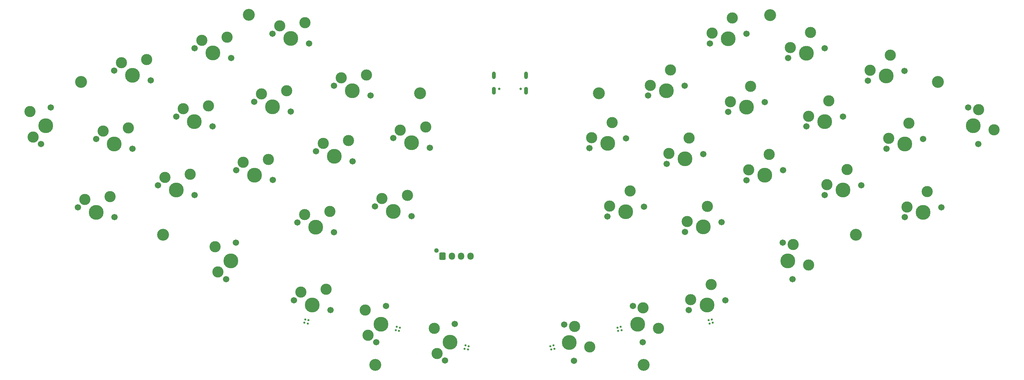
<source format=gbr>
%TF.GenerationSoftware,KiCad,Pcbnew,7.0.8*%
%TF.CreationDate,2023-10-18T22:01:13+02:00*%
%TF.ProjectId,acacia-2,61636163-6961-42d3-922e-6b696361645f,rev?*%
%TF.SameCoordinates,Original*%
%TF.FileFunction,Soldermask,Top*%
%TF.FilePolarity,Negative*%
%FSLAX46Y46*%
G04 Gerber Fmt 4.6, Leading zero omitted, Abs format (unit mm)*
G04 Created by KiCad (PCBNEW 7.0.8) date 2023-10-18 22:01:13*
%MOMM*%
%LPD*%
G01*
G04 APERTURE LIST*
G04 Aperture macros list*
%AMRoundRect*
0 Rectangle with rounded corners*
0 $1 Rounding radius*
0 $2 $3 $4 $5 $6 $7 $8 $9 X,Y pos of 4 corners*
0 Add a 4 corners polygon primitive as box body*
4,1,4,$2,$3,$4,$5,$6,$7,$8,$9,$2,$3,0*
0 Add four circle primitives for the rounded corners*
1,1,$1+$1,$2,$3*
1,1,$1+$1,$4,$5*
1,1,$1+$1,$6,$7*
1,1,$1+$1,$8,$9*
0 Add four rect primitives between the rounded corners*
20,1,$1+$1,$2,$3,$4,$5,0*
20,1,$1+$1,$4,$5,$6,$7,0*
20,1,$1+$1,$6,$7,$8,$9,0*
20,1,$1+$1,$8,$9,$2,$3,0*%
%AMRotRect*
0 Rectangle, with rotation*
0 The origin of the aperture is its center*
0 $1 length*
0 $2 width*
0 $3 Rotation angle, in degrees counterclockwise*
0 Add horizontal line*
21,1,$1,$2,0,0,$3*%
G04 Aperture macros list end*
%ADD10RotRect,0.500000X0.500000X15.000000*%
%ADD11RotRect,0.500000X0.500000X285.000000*%
%ADD12RotRect,0.500000X0.500000X165.000000*%
%ADD13C,1.701800*%
%ADD14C,3.000000*%
%ADD15C,3.987800*%
%ADD16C,1.250000*%
%ADD17RoundRect,0.250000X-0.600000X-0.725000X0.600000X-0.725000X0.600000X0.725000X-0.600000X0.725000X0*%
%ADD18O,1.700000X1.950000*%
%ADD19C,3.200000*%
%ADD20C,0.650000*%
%ADD21O,1.050000X2.100000*%
%ADD22O,1.000000X2.000000*%
G04 APERTURE END LIST*
D10*
%TO.C,D44*%
X211818198Y-114948865D03*
X212051135Y-115818198D03*
X211181802Y-116051135D03*
X210948865Y-115181802D03*
%TD*%
D11*
%TO.C,D43*%
X187318198Y-116948865D03*
X186448865Y-117181802D03*
X186681802Y-118051135D03*
X187551135Y-117818198D03*
%TD*%
%TO.C,D42*%
X169318198Y-121948865D03*
X168448865Y-122181802D03*
X168681802Y-123051135D03*
X169551135Y-122818198D03*
%TD*%
D12*
%TO.C,D41*%
X146318198Y-123051135D03*
X146551135Y-122181802D03*
X145681802Y-121948865D03*
X145448865Y-122818198D03*
%TD*%
%TO.C,D40*%
X127818198Y-118051135D03*
X128051135Y-117181802D03*
X127181802Y-116948865D03*
X126948865Y-117818198D03*
%TD*%
%TO.C,D39*%
X103318198Y-116051135D03*
X103551135Y-115181802D03*
X102681802Y-114948865D03*
X102448865Y-115818198D03*
%TD*%
D13*
%TO.C,SW18*%
X216193097Y-59214801D03*
D14*
X216762422Y-56432649D03*
D15*
X221100000Y-57900000D03*
D14*
X222238651Y-52335696D03*
D13*
X226006903Y-56585199D03*
%TD*%
%TO.C,SW5*%
X126293097Y-66185199D03*
D14*
X128177223Y-64060448D03*
D15*
X131200000Y-67500000D03*
D14*
X134968252Y-63250497D03*
D13*
X136106903Y-68814801D03*
%TD*%
%TO.C,SW10*%
X253693097Y-50814801D03*
D14*
X254262422Y-48032649D03*
D15*
X258600000Y-49500000D03*
D14*
X259738651Y-43935696D03*
D13*
X263506903Y-48185199D03*
%TD*%
%TO.C,SW9*%
X232286194Y-44729602D03*
D14*
X232855519Y-41947450D03*
D15*
X237193097Y-43414801D03*
D14*
X238331748Y-37850497D03*
D13*
X242100000Y-42100000D03*
%TD*%
%TO.C,SW24*%
X84086194Y-74870398D03*
D14*
X85970320Y-72745647D03*
D15*
X88993097Y-76185199D03*
D14*
X92761349Y-71935696D03*
D13*
X93900000Y-77500000D03*
%TD*%
%TO.C,SW28*%
X204586194Y-91429602D03*
D14*
X205155519Y-88647450D03*
D15*
X209493097Y-90114801D03*
D14*
X210631748Y-84550497D03*
D13*
X214400000Y-88800000D03*
%TD*%
%TO.C,SW39*%
X280670398Y-57986194D03*
D14*
X283452550Y-58555519D03*
D15*
X281985199Y-62893097D03*
D14*
X287549503Y-64031748D03*
D13*
X283300000Y-67800000D03*
%TD*%
%TO.C,SW2*%
X72986194Y-42070398D03*
D14*
X74870320Y-39945647D03*
D15*
X77893097Y-43385199D03*
D14*
X81661349Y-39135696D03*
D13*
X82800000Y-44700000D03*
%TD*%
%TO.C,SW25*%
X100586194Y-88870398D03*
D14*
X102470320Y-86745647D03*
D15*
X105493097Y-90185199D03*
D14*
X109261349Y-85935696D03*
D13*
X110400000Y-91500000D03*
%TD*%
%TO.C,SW36*%
X172185199Y-116293097D03*
D14*
X174967351Y-116862422D03*
D15*
X173500000Y-121200000D03*
D14*
X179064304Y-122338651D03*
D13*
X174814801Y-126106903D03*
%TD*%
%TO.C,SW23*%
X63093097Y-78885199D03*
D14*
X64977223Y-76760448D03*
D15*
X68000000Y-80200000D03*
D14*
X71768252Y-75950497D03*
D13*
X72906903Y-81514801D03*
%TD*%
%TO.C,SW32*%
X31685199Y-67813806D03*
D14*
X29560448Y-65929680D03*
D15*
X33000000Y-62906903D03*
D14*
X28750497Y-59138651D03*
D13*
X34314801Y-58000000D03*
%TD*%
%TO.C,SW26*%
X121670398Y-121113806D03*
D14*
X119545647Y-119229680D03*
D15*
X122985199Y-116206903D03*
D14*
X118735696Y-112438651D03*
D13*
X124300000Y-111300000D03*
%TD*%
%TO.C,SW15*%
X121393097Y-84585199D03*
D14*
X123277223Y-82460448D03*
D15*
X126300000Y-85900000D03*
D14*
X130068252Y-81650497D03*
D13*
X131206903Y-87214801D03*
%TD*%
%TO.C,SW16*%
X183793097Y-87314801D03*
D14*
X184362422Y-84532649D03*
D15*
X188700000Y-86000000D03*
D14*
X189838651Y-80435696D03*
D13*
X193606903Y-84685199D03*
%TD*%
%TO.C,SW37*%
X205586194Y-112429602D03*
D14*
X206155519Y-109647450D03*
D15*
X210493097Y-111114801D03*
D14*
X211631748Y-105550497D03*
D13*
X215400000Y-109800000D03*
%TD*%
%TO.C,SW12*%
X67993097Y-60485199D03*
D14*
X69877223Y-58360448D03*
D15*
X72900000Y-61800000D03*
D14*
X76668252Y-57550497D03*
D13*
X77806903Y-63114801D03*
%TD*%
%TO.C,SW31*%
X263600000Y-87500000D03*
D14*
X264169325Y-84717848D03*
D15*
X268506903Y-86185199D03*
D14*
X269645554Y-80620895D03*
D13*
X273413806Y-84870398D03*
%TD*%
%TO.C,SW7*%
X194693097Y-54814801D03*
D14*
X195262422Y-52032649D03*
D15*
X199600000Y-53500000D03*
D14*
X200738651Y-47935696D03*
D13*
X204506903Y-52185199D03*
%TD*%
%TO.C,SW35*%
X140200000Y-126000000D03*
D14*
X138075249Y-124115874D03*
D15*
X141514801Y-121093097D03*
D14*
X137265298Y-117324845D03*
D13*
X142829602Y-116186194D03*
%TD*%
%TO.C,SW4*%
X110393097Y-52185199D03*
D14*
X112277223Y-50060448D03*
D15*
X115300000Y-53500000D03*
D14*
X119068252Y-49250497D03*
D13*
X120206903Y-54814801D03*
%TD*%
%TO.C,SW34*%
X109400000Y-112400000D03*
D14*
X108261349Y-106835696D03*
D15*
X104493097Y-111085199D03*
D14*
X101470320Y-107645647D03*
D13*
X99586194Y-109770398D03*
%TD*%
%TO.C,SW22*%
X41586194Y-84870398D03*
D14*
X43470320Y-82745647D03*
D15*
X46493097Y-86185199D03*
D14*
X50261349Y-81935696D03*
D13*
X51400000Y-87500000D03*
%TD*%
%TO.C,SW6*%
X178986194Y-68929602D03*
D14*
X179555519Y-66147450D03*
D15*
X183893097Y-67614801D03*
D14*
X185031748Y-62050497D03*
D13*
X188800000Y-66300000D03*
%TD*%
%TO.C,SW8*%
X211286194Y-40829602D03*
D14*
X211855519Y-38047450D03*
D15*
X216193097Y-39514801D03*
D14*
X217331748Y-33950497D03*
D13*
X221100000Y-38200000D03*
%TD*%
%TO.C,SW13*%
X88986194Y-56470398D03*
D14*
X90870320Y-54345647D03*
D15*
X93893097Y-57785199D03*
D14*
X97661349Y-53535696D03*
D13*
X98800000Y-59100000D03*
%TD*%
%TO.C,SW17*%
X199693097Y-73114801D03*
D14*
X200262422Y-70332649D03*
D15*
X204600000Y-71800000D03*
D14*
X205738651Y-66235696D03*
D13*
X209506903Y-70485199D03*
%TD*%
%TO.C,SW1*%
X51393097Y-48085199D03*
D14*
X53277223Y-45960448D03*
D15*
X56300000Y-49400000D03*
D14*
X60068252Y-45150497D03*
D13*
X61206903Y-50714801D03*
%TD*%
%TO.C,SW19*%
X237193097Y-63114801D03*
D14*
X237762422Y-60332649D03*
D15*
X242100000Y-61800000D03*
D14*
X243238651Y-56235696D03*
D13*
X247006903Y-60485199D03*
%TD*%
%TO.C,SW20*%
X258693097Y-69114801D03*
D14*
X259262422Y-66332649D03*
D15*
X263600000Y-67800000D03*
D14*
X264738651Y-62235696D03*
D13*
X268506903Y-66485199D03*
%TD*%
%TO.C,SW11*%
X46486194Y-66470398D03*
D14*
X48370320Y-64345647D03*
D15*
X51393097Y-67785199D03*
D14*
X55161349Y-63535696D03*
D13*
X56300000Y-69100000D03*
%TD*%
%TO.C,SW33*%
X81370398Y-104113806D03*
D14*
X79245647Y-102229680D03*
D15*
X82685199Y-99206903D03*
D14*
X78435696Y-95438651D03*
D13*
X84000000Y-94300000D03*
%TD*%
%TO.C,SW27*%
X190600000Y-111300000D03*
D14*
X193382152Y-111869325D03*
D15*
X191914801Y-116206903D03*
D14*
X197479105Y-117345554D03*
D13*
X193229602Y-121113806D03*
%TD*%
%TO.C,SW30*%
X242093097Y-81514801D03*
D14*
X242662422Y-78732649D03*
D15*
X247000000Y-80200000D03*
D14*
X248138651Y-74635696D03*
D13*
X251906903Y-78885199D03*
%TD*%
%TO.C,SW3*%
X93886194Y-38170398D03*
D14*
X95770320Y-36045647D03*
D15*
X98793097Y-39485199D03*
D14*
X102561349Y-35235696D03*
D13*
X103700000Y-40800000D03*
%TD*%
%TO.C,SW29*%
X221153097Y-77514801D03*
D14*
X221722422Y-74732649D03*
D15*
X226060000Y-76200000D03*
D14*
X227198651Y-70635696D03*
D13*
X230966903Y-74885199D03*
%TD*%
%TO.C,SW14*%
X105583097Y-69805199D03*
D14*
X107467223Y-67680448D03*
D15*
X110490000Y-71120000D03*
D14*
X114258252Y-66870497D03*
D13*
X115396903Y-72434801D03*
%TD*%
D16*
%TO.C,J1*%
X137900000Y-96400000D03*
D17*
X139500000Y-98000000D03*
D18*
X142000000Y-98000000D03*
X144500000Y-98000000D03*
X147000000Y-98000000D03*
%TD*%
D13*
%TO.C,SW38*%
X230870398Y-94286194D03*
D14*
X233652550Y-94855519D03*
D15*
X232185199Y-99193097D03*
D14*
X237749503Y-100331748D03*
D13*
X233500000Y-104100000D03*
%TD*%
D19*
%TO.C,H2*%
X250500000Y-92200000D03*
%TD*%
%TO.C,H8*%
X87500000Y-33100000D03*
%TD*%
%TO.C,H3*%
X227500000Y-33200000D03*
%TD*%
%TO.C,H10*%
X42500000Y-51100000D03*
%TD*%
%TO.C,H5*%
X181500000Y-54200000D03*
%TD*%
%TO.C,H6*%
X133500000Y-54200000D03*
%TD*%
%TO.C,H1*%
X272500000Y-51100000D03*
%TD*%
D20*
%TO.C,J3*%
X154720000Y-53000000D03*
X160500000Y-53000000D03*
D21*
X153290000Y-53500000D03*
D22*
X153290000Y-49320000D03*
X161930000Y-49320000D03*
D21*
X161930000Y-53500000D03*
%TD*%
D19*
%TO.C,H9*%
X64500000Y-92200000D03*
%TD*%
%TO.C,H7*%
X121500000Y-127200000D03*
%TD*%
%TO.C,H4*%
X193500000Y-127200000D03*
%TD*%
M02*

</source>
